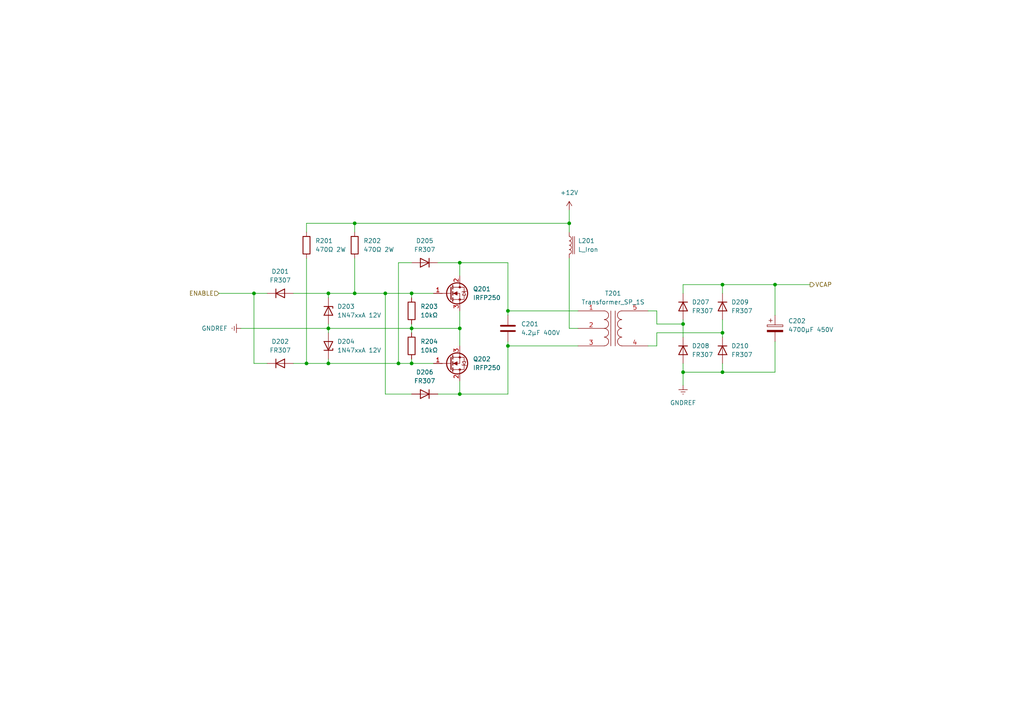
<source format=kicad_sch>
(kicad_sch (version 20211123) (generator eeschema)
  (paper "A4")
  (title_block (title "Ball Plunger Board") (date "2022-09-02") (rev "1") (company "Politeknik Negeri Ujung Pandang") (comment 1 "Engineer: Nur Wahyu Mahardika"))
  (lib_symbols
    (symbol "Ball_Plunger_Lib:IRFP250" (pin_names (offset 1.016) hide)
      (property "Reference" "Q" (at 5.588 1.1684 0))
      (property "Value" "IRFP250" (at 5.588 -1.143 0))
      (symbol "IRFP250_0_1"
        (polyline (pts (xy 0 0) (xy -2.54 0)))
        (polyline (pts (xy 0 1.778) (xy 0 -1.778)) (stroke (width 0.3048)))
        (polyline (pts (xy 0.508 -1.778) (xy 2.54 -1.778)))
        (polyline (pts (xy 0.508 -1.27) (xy 0.508 -2.286)) (stroke (width 0.3048)))
        (polyline (pts (xy 0.508 0.508) (xy 0.508 -0.508)) (stroke (width 0.3048)))
        (polyline (pts (xy 0.508 1.27) (xy 0.508 2.286)) (stroke (width 0.3048)))
        (polyline (pts (xy 0.508 1.778) (xy 2.54 1.778) (xy 2.54 2.54)))
        (polyline (pts (xy 2.54 -2.54) (xy 2.54 0) (xy 0.508 0)))
        (polyline (pts (xy 2.54 1.778) (xy 3.81 1.778) (xy 3.81 0.508)))
        (polyline (pts (xy 3.81 -0.508) (xy 3.81 -1.778) (xy 2.54 -1.778)))
        (polyline (pts (xy 0.762 0) (xy 1.778 0.508) (xy 1.778 -0.508) (xy 0.762 0)) (fill (type outline)))
        (polyline (pts (xy 3.81 0.508) (xy 3.302 -0.508) (xy 4.318 -0.508) (xy 3.81 0.508)))
        (polyline (pts (xy 4.445 0.635) (xy 4.318 0.508) (xy 3.302 0.508) (xy 3.175 0.381)))
        (circle (center 1.778 0) (radius 3.048) (stroke (width 0.3048)))
        (circle (center 2.54 -1.778) (radius 0.254) (fill (type outline)))
        (circle (center 2.54 1.778) (radius 0.254) (fill (type outline)))
      )
      (symbol "IRFP250_1_1"
        (pin input line (at -5.08 0 0) (length 2.54) (name "G") (number "1"))
        (pin passive line (at 2.54 5.08 270) (length 2.54) (name "D") (number "2"))
        (pin passive line (at 2.54 -5.08 90) (length 2.54) (name "S") (number "3"))
      )
    )
    (symbol "Device:C" (pin_numbers hide) (pin_names (offset 0.254))
      (property "Reference" "C" (at 0.635 2.54 0))
      (property "Value" "C" (at 0.635 -2.54 0))
      (symbol "C_0_1"
        (polyline (pts (xy -2.032 -0.762) (xy 2.032 -0.762)) (stroke (width 0.508)))
        (polyline (pts (xy -2.032 0.762) (xy 2.032 0.762)) (stroke (width 0.508)))
      )
      (symbol "C_1_1"
        (pin passive line (at 0 3.81 270) (length 2.794) (name "~") (number "1"))
        (pin passive line (at 0 -3.81 90) (length 2.794) (name "~") (number "2"))
      )
    )
    (symbol "Device:C_Polarized" (pin_numbers hide) (pin_names (offset 0.254))
      (property "Reference" "C" (at 0.635 2.54 0))
      (property "Value" "C_Polarized" (at 0.635 -2.54 0))
      (symbol "C_Polarized_0_1"
        (rectangle (start -2.286 0.508) (end 2.286 1.016))
        (polyline (pts (xy -1.778 2.286) (xy -0.762 2.286)))
        (polyline (pts (xy -1.27 2.794) (xy -1.27 1.778)))
        (rectangle (start 2.286 -0.508) (end -2.286 -1.016) (fill (type outline)))
      )
      (symbol "C_Polarized_1_1"
        (pin passive line (at 0 3.81 270) (length 2.794) (name "~") (number "1"))
        (pin passive line (at 0 -3.81 90) (length 2.794) (name "~") (number "2"))
      )
    )
    (symbol "Device:D" (pin_numbers hide) (pin_names (offset 1.016) hide)
      (property "Reference" "D" (at 0 2.54 0))
      (property "Value" "D" (at 0 -2.54 0))
      (symbol "D_0_1"
        (polyline (pts (xy -1.27 1.27) (xy -1.27 -1.27)) (stroke (width 0.254)))
        (polyline (pts (xy 1.27 0) (xy -1.27 0)))
        (polyline (pts (xy 1.27 1.27) (xy 1.27 -1.27) (xy -1.27 0) (xy 1.27 1.27)) (stroke (width 0.254)))
      )
      (symbol "D_1_1"
        (pin passive line (at -3.81 0 0) (length 2.54) (name "K") (number "1"))
        (pin passive line (at 3.81 0 180) (length 2.54) (name "A") (number "2"))
      )
    )
    (symbol "Device:L_Iron" (pin_numbers hide) (pin_names (offset 1.016) hide)
      (property "Reference" "L" (at -1.27 0 90))
      (property "Value" "L_Iron" (at 2.794 0 90))
      (symbol "L_Iron_0_1"
        (arc (start 0 -2.54) (mid 0.635 -1.905) (end 0 -1.27))
        (arc (start 0 -1.27) (mid 0.635 -0.635) (end 0 0))
        (polyline (pts (xy 1.016 2.54) (xy 1.016 -2.54)))
        (polyline (pts (xy 1.524 -2.54) (xy 1.524 2.54)))
        (arc (start 0 0) (mid 0.635 0.635) (end 0 1.27))
        (arc (start 0 1.27) (mid 0.635 1.905) (end 0 2.54))
      )
      (symbol "L_Iron_1_1"
        (pin passive line (at 0 3.81 270) (length 1.27) (name "1") (number "1"))
        (pin passive line (at 0 -3.81 90) (length 1.27) (name "2") (number "2"))
      )
    )
    (symbol "Device:R" (pin_numbers hide) (pin_names (offset 0))
      (property "Reference" "R" (at 2.032 0 90))
      (property "Value" "R" (at 0 0 90))
      (symbol "R_0_1"
        (rectangle (start -1.016 -2.54) (end 1.016 2.54) (stroke (width 0.254)))
      )
      (symbol "R_1_1"
        (pin passive line (at 0 3.81 270) (length 1.27) (name "~") (number "1"))
        (pin passive line (at 0 -3.81 90) (length 1.27) (name "~") (number "2"))
      )
    )
    (symbol "Device:Transformer_SP_1S" (pin_names (offset 1.016) hide)
      (property "Reference" "T" (at 0 6.35 0))
      (property "Value" "Transformer_SP_1S" (at 0 -7.62 0))
      (symbol "Transformer_SP_1S_0_1"
        (arc (start -2.54 -5.0546) (mid -1.6599 -4.6901) (end -1.27 -3.81))
        (arc (start -2.54 -2.5146) (mid -1.6599 -2.1501) (end -1.27 -1.27))
        (arc (start -2.54 0.0254) (mid -1.6599 0.3899) (end -1.27 1.27))
        (arc (start -2.54 2.5654) (mid -1.6599 2.9299) (end -1.27 3.81))
        (arc (start -1.27 -3.81) (mid -1.642 -2.912) (end -2.54 -2.54))
        (arc (start -1.27 -1.27) (mid -1.642 -0.372) (end -2.54 0))
        (arc (start -1.27 1.27) (mid -1.642 2.168) (end -2.54 2.54))
        (arc (start -1.27 3.81) (mid -1.642 4.708) (end -2.54 5.08))
        (polyline (pts (xy -0.635 5.08) (xy -0.635 -5.08)))
        (polyline (pts (xy 0.635 -5.08) (xy 0.635 5.08)))
        (arc (start 1.2954 -1.27) (mid 1.6599 -2.1501) (end 2.54 -2.5146))
        (arc (start 1.2954 1.27) (mid 1.6599 0.3899) (end 2.54 0.0254))
        (arc (start 1.2954 3.81) (mid 1.6599 2.9299) (end 2.54 2.5654))
        (arc (start 1.3208 -3.81) (mid 1.6853 -4.6901) (end 2.5654 -5.0546))
        (arc (start 2.54 0) (mid 1.642 -0.372) (end 1.2954 -1.27))
        (arc (start 2.54 2.54) (mid 1.642 2.168) (end 1.2954 1.27))
        (arc (start 2.54 5.08) (mid 1.642 4.708) (end 1.2954 3.81))
        (arc (start 2.5654 -2.54) (mid 1.6674 -2.912) (end 1.3208 -3.81))
      )
      (symbol "Transformer_SP_1S_1_1"
        (pin passive line (at -10.16 5.08 0) (length 7.62) (name "PR1") (number "1"))
        (pin passive line (at -10.16 0 0) (length 7.62) (name "PM") (number "2"))
        (pin passive line (at -10.16 -5.08 0) (length 7.62) (name "PR2") (number "3"))
        (pin passive line (at 10.16 -5.08 180) (length 7.62) (name "S1") (number "4"))
        (pin passive line (at 10.16 5.08 180) (length 7.62) (name "S2") (number "5"))
      )
    )
    (symbol "Diode:1N47xxA" (pin_numbers hide) (pin_names hide)
      (property "Reference" "D" (at 0 2.54 0))
      (property "Value" "1N47xxA" (at 0 -2.54 0))
      (symbol "1N47xxA_0_1"
        (polyline (pts (xy 1.27 0) (xy -1.27 0)))
        (polyline (pts (xy -1.27 -1.27) (xy -1.27 1.27) (xy -0.762 1.27)) (stroke (width 0.254)))
        (polyline (pts (xy 1.27 -1.27) (xy 1.27 1.27) (xy -1.27 0) (xy 1.27 -1.27)) (stroke (width 0.254)))
      )
      (symbol "1N47xxA_1_1"
        (pin passive line (at -3.81 0 0) (length 2.54) (name "K") (number "1"))
        (pin passive line (at 3.81 0 180) (length 2.54) (name "A") (number "2"))
      )
    )
    (symbol "power:+12V" (power) (pin_names (offset 0))
      (property "Value" "+12V" (at 0 3.556 0))
      (symbol "+12V_0_1"
        (polyline (pts (xy -0.762 1.27) (xy 0 2.54)))
        (polyline (pts (xy 0 0) (xy 0 2.54)))
        (polyline (pts (xy 0 2.54) (xy 0.762 1.27)))
      )
      (symbol "+12V_1_1"
        (pin power_in line (at 0 0 90) (length 0) hide (name "+12V") (number "1"))
      )
    )
    (symbol "power:GNDREF" (power) (pin_names (offset 0))
      (property "Value" "GNDREF" (at 0 -3.81 0))
      (symbol "GNDREF_0_1"
        (polyline (pts (xy -0.635 -1.905) (xy 0.635 -1.905)))
        (polyline (pts (xy -0.127 -2.54) (xy 0.127 -2.54)))
        (polyline (pts (xy 0 -1.27) (xy 0 0)))
        (polyline (pts (xy 1.27 -1.27) (xy -1.27 -1.27)))
      )
      (symbol "GNDREF_1_1"
        (pin power_in line (at 0 0 270) (length 0) hide (name "GNDREF") (number "1"))
      )
    )
  )
  (junction (at 95.25 85.09))
  (junction (at 95.25 95.25))
  (junction (at 111.76 85.09))
  (junction (at 133.35 95.25))
  (junction (at 147.32 100.33))
  (junction (at 119.38 95.25))
  (junction (at 147.32 90.17))
  (junction (at 224.79 82.55))
  (junction (at 209.55 96.52))
  (junction (at 88.9 105.41))
  (junction (at 119.38 85.09))
  (junction (at 133.35 114.3))
  (junction (at 198.12 107.95))
  (junction (at 198.12 93.98))
  (junction (at 119.38 105.41))
  (junction (at 209.55 82.55))
  (junction (at 73.66 85.09))
  (junction (at 102.87 64.77))
  (junction (at 133.35 76.2))
  (junction (at 115.57 105.41))
  (junction (at 95.25 105.41))
  (junction (at 209.55 107.95))
  (junction (at 165.1 64.77))
  (junction (at 102.87 85.09))
  (wire (pts (xy 77.47 85.09) (xy 73.66 85.09)))
  (wire (pts (xy 187.96 100.33) (xy 190.5 100.33)))
  (wire (pts (xy 88.9 105.41) (xy 95.25 105.41)))
  (wire (pts (xy 119.38 95.25) (xy 119.38 96.52)))
  (wire (pts (xy 190.5 100.33) (xy 190.5 96.52)))
  (wire (pts (xy 224.79 82.55) (xy 224.79 91.44)))
  (wire (pts (xy 209.55 105.41) (xy 209.55 107.95)))
  (wire (pts (xy 88.9 74.93) (xy 88.9 105.41)))
  (wire (pts (xy 147.32 91.44) (xy 147.32 90.17)))
  (wire (pts (xy 165.1 74.93) (xy 165.1 95.25)))
  (wire (pts (xy 115.57 76.2) (xy 115.57 105.41)))
  (wire (pts (xy 209.55 82.55) (xy 209.55 85.09)))
  (wire (pts (xy 198.12 85.09) (xy 198.12 82.55)))
  (wire (pts (xy 85.09 105.41) (xy 88.9 105.41)))
  (wire (pts (xy 190.5 96.52) (xy 209.55 96.52)))
  (wire (pts (xy 88.9 64.77) (xy 102.87 64.77)))
  (wire (pts (xy 95.25 85.09) (xy 102.87 85.09)))
  (wire (pts (xy 119.38 93.98) (xy 119.38 95.25)))
  (wire (pts (xy 209.55 82.55) (xy 224.79 82.55)))
  (wire (pts (xy 147.32 90.17) (xy 147.32 76.2)))
  (wire (pts (xy 127 76.2) (xy 133.35 76.2)))
  (wire (pts (xy 133.35 114.3) (xy 127 114.3)))
  (wire (pts (xy 119.38 105.41) (xy 119.38 104.14)))
  (wire (pts (xy 69.85 95.25) (xy 95.25 95.25)))
  (wire (pts (xy 147.32 90.17) (xy 167.64 90.17)))
  (wire (pts (xy 95.25 105.41) (xy 115.57 105.41)))
  (wire (pts (xy 73.66 85.09) (xy 73.66 105.41)))
  (wire (pts (xy 224.79 107.95) (xy 224.79 99.06)))
  (wire (pts (xy 125.73 105.41) (xy 119.38 105.41)))
  (wire (pts (xy 111.76 114.3) (xy 111.76 85.09)))
  (wire (pts (xy 167.64 95.25) (xy 165.1 95.25)))
  (wire (pts (xy 63.5 85.09) (xy 73.66 85.09)))
  (wire (pts (xy 209.55 92.71) (xy 209.55 96.52)))
  (wire (pts (xy 95.25 95.25) (xy 119.38 95.25)))
  (wire (pts (xy 198.12 92.71) (xy 198.12 93.98)))
  (wire (pts (xy 165.1 67.31) (xy 165.1 64.77)))
  (wire (pts (xy 133.35 95.25) (xy 133.35 100.33)))
  (wire (pts (xy 147.32 99.06) (xy 147.32 100.33)))
  (wire (pts (xy 119.38 114.3) (xy 111.76 114.3)))
  (wire (pts (xy 95.25 93.98) (xy 95.25 95.25)))
  (wire (pts (xy 209.55 107.95) (xy 224.79 107.95)))
  (wire (pts (xy 119.38 95.25) (xy 133.35 95.25)))
  (wire (pts (xy 95.25 86.36) (xy 95.25 85.09)))
  (wire (pts (xy 125.73 85.09) (xy 119.38 85.09)))
  (wire (pts (xy 187.96 90.17) (xy 190.5 90.17)))
  (wire (pts (xy 133.35 110.49) (xy 133.35 114.3)))
  (wire (pts (xy 88.9 67.31) (xy 88.9 64.77)))
  (wire (pts (xy 224.79 82.55) (xy 234.95 82.55)))
  (wire (pts (xy 198.12 105.41) (xy 198.12 107.95)))
  (wire (pts (xy 102.87 85.09) (xy 111.76 85.09)))
  (wire (pts (xy 119.38 76.2) (xy 115.57 76.2)))
  (wire (pts (xy 133.35 90.17) (xy 133.35 95.25)))
  (wire (pts (xy 190.5 90.17) (xy 190.5 93.98)))
  (wire (pts (xy 102.87 74.93) (xy 102.87 85.09)))
  (wire (pts (xy 133.35 114.3) (xy 147.32 114.3)))
  (wire (pts (xy 95.25 95.25) (xy 95.25 96.52)))
  (wire (pts (xy 209.55 96.52) (xy 209.55 97.79)))
  (wire (pts (xy 133.35 76.2) (xy 133.35 80.01)))
  (wire (pts (xy 147.32 76.2) (xy 133.35 76.2)))
  (wire (pts (xy 198.12 107.95) (xy 209.55 107.95)))
  (wire (pts (xy 147.32 114.3) (xy 147.32 100.33)))
  (wire (pts (xy 198.12 107.95) (xy 198.12 111.76)))
  (wire (pts (xy 198.12 93.98) (xy 198.12 97.79)))
  (wire (pts (xy 147.32 100.33) (xy 167.64 100.33)))
  (wire (pts (xy 119.38 85.09) (xy 119.38 86.36)))
  (wire (pts (xy 102.87 64.77) (xy 102.87 67.31)))
  (wire (pts (xy 115.57 105.41) (xy 119.38 105.41)))
  (wire (pts (xy 73.66 105.41) (xy 77.47 105.41)))
  (wire (pts (xy 111.76 85.09) (xy 119.38 85.09)))
  (wire (pts (xy 165.1 64.77) (xy 102.87 64.77)))
  (wire (pts (xy 85.09 85.09) (xy 95.25 85.09)))
  (wire (pts (xy 165.1 60.96) (xy 165.1 64.77)))
  (wire (pts (xy 190.5 93.98) (xy 198.12 93.98)))
  (wire (pts (xy 95.25 104.14) (xy 95.25 105.41)))
  (wire (pts (xy 198.12 82.55) (xy 209.55 82.55)))
  (hierarchical_label "VCAP" (shape output) (at 234.95 82.55 0))
  (hierarchical_label "ENABLE" (shape input) (at 63.5 85.09 180))
  (symbol (lib_id "Device:D") (at 123.19 114.3 180) (unit 1)
    (property "Reference" "D206" (at 123.19 107.95 0))
    (property "Value" "FR307" (at 123.19 110.49 0))
    (property "Footprint" "Diode_THT:D_DO-201AD_P5.08mm_Vertical_KathodeUp" (effects hide))
  )
  (symbol (lib_id "Device:R") (at 119.38 90.17 0) (unit 1)
    (property "Reference" "R203" (at 121.92 88.8999 0) (effects (justify left)))
    (property "Value" "10kΩ" (at 121.92 91.4399 0) (effects (justify left)))
    (property "Footprint" "Resistor_SMD:R_1206_3216Metric_Pad1.30x1.75mm_HandSolder" (effects hide))
  )
  (symbol (lib_id "Device:R") (at 88.9 71.12 0) (unit 1)
    (property "Reference" "R201" (at 91.44 69.8499 0) (effects (justify left)))
    (property "Value" "470Ω 2W" (at 91.44 72.3899 0) (effects (justify left)))
    (property "Footprint" "Resistor_THT:R_Axial_DIN0414_L11.9mm_D4.5mm_P15.24mm_Horizontal" (effects hide))
  )
  (symbol (lib_id "Device:D") (at 209.55 88.9 270) (unit 1)
    (property "Reference" "D209" (at 212.09 87.6299 90) (effects (justify left)))
    (property "Value" "FR307" (at 212.09 90.1699 90) (effects (justify left)))
    (property "Footprint" "Diode_THT:D_DO-201AD_P5.08mm_Vertical_KathodeUp" (effects hide))
  )
  (symbol (lib_id "Device:C_Polarized") (at 224.79 95.25 0) (unit 1)
    (property "Reference" "C202" (at 228.6 93.0909 0) (effects (justify left)))
    (property "Value" "4700µF 450V" (at 228.6 95.6309 0) (effects (justify left)))
    (property "Footprint" "TerminalBlock_Phoenix:TerminalBlock_Phoenix_MKDS-1,5-2_1x02_P5.00mm_Horizontal" (effects hide))
  )
  (symbol (lib_id "Device:R") (at 119.38 100.33 0) (unit 1)
    (property "Reference" "R204" (at 121.92 99.0599 0) (effects (justify left)))
    (property "Value" "10kΩ" (at 121.92 101.5999 0) (effects (justify left)))
    (property "Footprint" "Resistor_SMD:R_1206_3216Metric_Pad1.30x1.75mm_HandSolder" (effects hide))
  )
  (symbol (lib_id "Device:D") (at 81.28 85.09 0) (unit 1)
    (property "Reference" "D201" (at 81.28 78.74 0))
    (property "Value" "FR307" (at 81.28 81.28 0))
    (property "Footprint" "Diode_THT:D_DO-201AD_P5.08mm_Vertical_KathodeUp" (effects hide))
  )
  (symbol (lib_id "power:+12V") (at 165.1 60.96 0) (unit 1)
    (property "Reference" "#PWR0202" (effects hide))
    (property "Value" "+12V" (at 165.1 55.88 0))
  )
  (symbol (lib_id "Device:C") (at 147.32 95.25 0) (unit 1)
    (property "Reference" "C201" (at 151.13 93.9799 0) (effects (justify left)))
    (property "Value" "4.2µF 400V" (at 151.13 96.5199 0) (effects (justify left)))
    (property "Footprint" "Capacitor_THT:C_Rect_L29.0mm_W7.6mm_P27.50mm_MKT" (effects hide))
  )
  (symbol (lib_id "Device:Transformer_SP_1S") (at 177.8 95.25 0) (unit 1)
    (property "Reference" "T201" (at 177.8127 85.09 0))
    (property "Value" "Transformer_SP_1S" (at 177.8127 87.63 0))
    (property "Footprint" "Transformer_THT:Transformer_37x44" (effects hide))
  )
  (symbol (lib_id "Device:D") (at 123.19 76.2 180) (unit 1)
    (property "Reference" "D205" (at 123.19 69.85 0))
    (property "Value" "FR307" (at 123.19 72.39 0))
    (property "Footprint" "Diode_THT:D_DO-201AD_P5.08mm_Vertical_KathodeUp" (effects hide))
  )
  (symbol (lib_id "Device:D") (at 198.12 101.6 270) (unit 1)
    (property "Reference" "D208" (at 200.66 100.3299 90) (effects (justify left)))
    (property "Value" "FR307" (at 200.66 102.8699 90) (effects (justify left)))
    (property "Footprint" "Diode_THT:D_DO-201AD_P5.08mm_Vertical_KathodeUp" (effects hide))
  )
  (symbol (lib_id "power:GNDREF") (at 198.12 111.76 0) (unit 1)
    (property "Reference" "#PWR0203" (effects hide))
    (property "Value" "GNDREF" (at 198.12 116.84 0))
  )
  (symbol (lib_id "Diode:1N47xxA") (at 95.25 90.17 270) (unit 1)
    (property "Reference" "D203" (at 97.79 88.8999 90) (effects (justify left)))
    (property "Value" "1N47xxA 12V" (at 97.79 91.4399 90) (effects (justify left)))
    (property "Footprint" "Diode_THT:D_DO-41_SOD81_P10.16mm_Horizontal" (effects hide))
    (property "Datasheet" "https://www.vishay.com/docs/85816/1n4728a.pdf" (effects hide))
  )
  (symbol (lib_id "Device:D") (at 198.12 88.9 270) (unit 1)
    (property "Reference" "D207" (at 200.66 87.6299 90) (effects (justify left)))
    (property "Value" "FR307" (at 200.66 90.1699 90) (effects (justify left)))
    (property "Footprint" "Diode_THT:D_DO-201AD_P5.08mm_Vertical_KathodeUp" (effects hide))
  )
  (symbol (lib_id "Ball_Plunger_Lib:IRFP250") (at 130.81 105.41 0) (mirror x) (unit 1)
    (property "Reference" "Q202" (at 137.16 104.1399 0) (effects (justify left)))
    (property "Value" "IRFP250" (at 137.16 106.6799 0) (effects (justify left)))
    (property "Footprint" "Package_TO_SOT_THT:TO-247-3_Vertical" (effects hide))
    (property "Datasheet" "https://www.vishay.com/docs/91212/irfp250.pdf" (effects hide))
  )
  (symbol (lib_id "Ball_Plunger_Lib:IRFP250") (at 130.81 85.09 0) (unit 1)
    (property "Reference" "Q201" (at 137.16 83.8199 0) (effects (justify left)))
    (property "Value" "IRFP250" (at 137.16 86.3599 0) (effects (justify left)))
    (property "Footprint" "Package_TO_SOT_THT:TO-247-3_Vertical" (effects hide))
    (property "Datasheet" "https://www.vishay.com/docs/91212/irfp250.pdf" (effects hide))
  )
  (symbol (lib_id "Device:D") (at 209.55 101.6 270) (unit 1)
    (property "Reference" "D210" (at 212.09 100.3299 90) (effects (justify left)))
    (property "Value" "FR307" (at 212.09 102.8699 90) (effects (justify left)))
    (property "Footprint" "Diode_THT:D_DO-201AD_P5.08mm_Vertical_KathodeUp" (effects hide))
  )
  (symbol (lib_id "power:GNDREF") (at 69.85 95.25 270) (unit 1)
    (property "Reference" "#PWR0201" (effects hide))
    (property "Value" "GNDREF" (at 66.04 95.2499 90) (effects (justify right)))
  )
  (symbol (lib_id "Device:D") (at 81.28 105.41 0) (unit 1)
    (property "Reference" "D202" (at 81.28 99.06 0))
    (property "Value" "FR307" (at 81.28 101.6 0))
    (property "Footprint" "Diode_THT:D_DO-201AD_P5.08mm_Vertical_KathodeUp" (effects hide))
  )
  (symbol (lib_id "Device:R") (at 102.87 71.12 0) (unit 1)
    (property "Reference" "R202" (at 105.41 69.8499 0) (effects (justify left)))
    (property "Value" "470Ω 2W" (at 105.41 72.3899 0) (effects (justify left)))
    (property "Footprint" "Resistor_THT:R_Axial_DIN0414_L11.9mm_D4.5mm_P15.24mm_Horizontal" (effects hide))
  )
  (symbol (lib_id "Device:L_Iron") (at 165.1 71.12 0) (unit 1)
    (property "Reference" "L201" (at 167.64 69.8499 0) (effects (justify left)))
    (property "Value" "L_Iron" (at 167.64 72.3899 0) (effects (justify left)))
    (property "Footprint" "Inductor_THT:L_Toroid_Vertical_L21.6mm_W9.5mm_P7.11mm_Pulse_C" (effects hide))
  )
  (symbol (lib_id "Diode:1N47xxA") (at 95.25 100.33 270) (mirror x) (unit 1)
    (property "Reference" "D204" (at 97.79 99.0599 90) (effects (justify left)))
    (property "Value" "1N47xxA 12V" (at 97.79 101.5999 90) (effects (justify left)))
    (property "Footprint" "Diode_THT:D_DO-41_SOD81_P10.16mm_Horizontal" (effects hide))
    (property "Datasheet" "https://www.vishay.com/docs/85816/1n4728a.pdf" (effects hide))
  )
)
</source>
